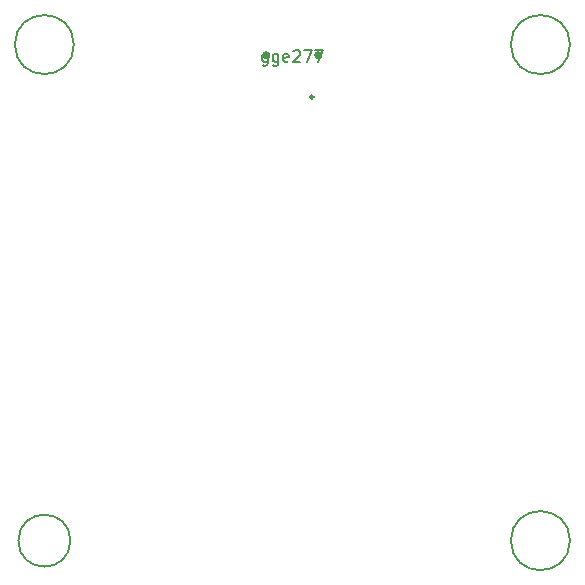
<source format=gbr>
%TF.GenerationSoftware,KiCad,Pcbnew,7.0.8*%
%TF.CreationDate,2023-11-19T03:45:18+01:00*%
%TF.ProjectId,ORBIT,4f524249-542e-46b6-9963-61645f706362,rev?*%
%TF.SameCoordinates,Original*%
%TF.FileFunction,Other,Comment*%
%FSLAX46Y46*%
G04 Gerber Fmt 4.6, Leading zero omitted, Abs format (unit mm)*
G04 Created by KiCad (PCBNEW 7.0.8) date 2023-11-19 03:45:18*
%MOMM*%
%LPD*%
G01*
G04 APERTURE LIST*
%ADD10C,0.150000*%
%ADD11C,0.370000*%
%ADD12C,0.254000*%
G04 APERTURE END LIST*
D10*
X146904761Y-74788152D02*
X146904761Y-75597676D01*
X146904761Y-75597676D02*
X146857142Y-75692914D01*
X146857142Y-75692914D02*
X146809523Y-75740533D01*
X146809523Y-75740533D02*
X146714285Y-75788152D01*
X146714285Y-75788152D02*
X146571428Y-75788152D01*
X146571428Y-75788152D02*
X146476190Y-75740533D01*
X146904761Y-75407200D02*
X146809523Y-75454819D01*
X146809523Y-75454819D02*
X146619047Y-75454819D01*
X146619047Y-75454819D02*
X146523809Y-75407200D01*
X146523809Y-75407200D02*
X146476190Y-75359580D01*
X146476190Y-75359580D02*
X146428571Y-75264342D01*
X146428571Y-75264342D02*
X146428571Y-74978628D01*
X146428571Y-74978628D02*
X146476190Y-74883390D01*
X146476190Y-74883390D02*
X146523809Y-74835771D01*
X146523809Y-74835771D02*
X146619047Y-74788152D01*
X146619047Y-74788152D02*
X146809523Y-74788152D01*
X146809523Y-74788152D02*
X146904761Y-74835771D01*
X147809523Y-74788152D02*
X147809523Y-75597676D01*
X147809523Y-75597676D02*
X147761904Y-75692914D01*
X147761904Y-75692914D02*
X147714285Y-75740533D01*
X147714285Y-75740533D02*
X147619047Y-75788152D01*
X147619047Y-75788152D02*
X147476190Y-75788152D01*
X147476190Y-75788152D02*
X147380952Y-75740533D01*
X147809523Y-75407200D02*
X147714285Y-75454819D01*
X147714285Y-75454819D02*
X147523809Y-75454819D01*
X147523809Y-75454819D02*
X147428571Y-75407200D01*
X147428571Y-75407200D02*
X147380952Y-75359580D01*
X147380952Y-75359580D02*
X147333333Y-75264342D01*
X147333333Y-75264342D02*
X147333333Y-74978628D01*
X147333333Y-74978628D02*
X147380952Y-74883390D01*
X147380952Y-74883390D02*
X147428571Y-74835771D01*
X147428571Y-74835771D02*
X147523809Y-74788152D01*
X147523809Y-74788152D02*
X147714285Y-74788152D01*
X147714285Y-74788152D02*
X147809523Y-74835771D01*
X148666666Y-75407200D02*
X148571428Y-75454819D01*
X148571428Y-75454819D02*
X148380952Y-75454819D01*
X148380952Y-75454819D02*
X148285714Y-75407200D01*
X148285714Y-75407200D02*
X148238095Y-75311961D01*
X148238095Y-75311961D02*
X148238095Y-74931009D01*
X148238095Y-74931009D02*
X148285714Y-74835771D01*
X148285714Y-74835771D02*
X148380952Y-74788152D01*
X148380952Y-74788152D02*
X148571428Y-74788152D01*
X148571428Y-74788152D02*
X148666666Y-74835771D01*
X148666666Y-74835771D02*
X148714285Y-74931009D01*
X148714285Y-74931009D02*
X148714285Y-75026247D01*
X148714285Y-75026247D02*
X148238095Y-75121485D01*
X149095238Y-74550057D02*
X149142857Y-74502438D01*
X149142857Y-74502438D02*
X149238095Y-74454819D01*
X149238095Y-74454819D02*
X149476190Y-74454819D01*
X149476190Y-74454819D02*
X149571428Y-74502438D01*
X149571428Y-74502438D02*
X149619047Y-74550057D01*
X149619047Y-74550057D02*
X149666666Y-74645295D01*
X149666666Y-74645295D02*
X149666666Y-74740533D01*
X149666666Y-74740533D02*
X149619047Y-74883390D01*
X149619047Y-74883390D02*
X149047619Y-75454819D01*
X149047619Y-75454819D02*
X149666666Y-75454819D01*
X150000000Y-74454819D02*
X150666666Y-74454819D01*
X150666666Y-74454819D02*
X150238095Y-75454819D01*
X150952381Y-74454819D02*
X151619047Y-74454819D01*
X151619047Y-74454819D02*
X151190476Y-75454819D01*
%TO.C,H1*%
X172500000Y-74000000D02*
G75*
G03*
X172500000Y-74000000I-2500000J0D01*
G01*
%TO.C,H2*%
X130500000Y-74000000D02*
G75*
G03*
X130500000Y-74000000I-2500000J0D01*
G01*
%TO.C,H3*%
X130200000Y-116000000D02*
G75*
G03*
X130200000Y-116000000I-2200000J0D01*
G01*
%TO.C,H4*%
X172500000Y-116000000D02*
G75*
G03*
X172500000Y-116000000I-2500000J0D01*
G01*
D11*
%TO.C,USB1*%
X151385000Y-74900000D02*
G75*
G03*
X151385000Y-74900000I-185000J0D01*
G01*
D12*
X150778000Y-78429000D02*
G75*
G03*
X150778000Y-78429000I-127000J0D01*
G01*
D11*
X146985000Y-74900000D02*
G75*
G03*
X146985000Y-74900000I-185000J0D01*
G01*
%TD*%
M02*

</source>
